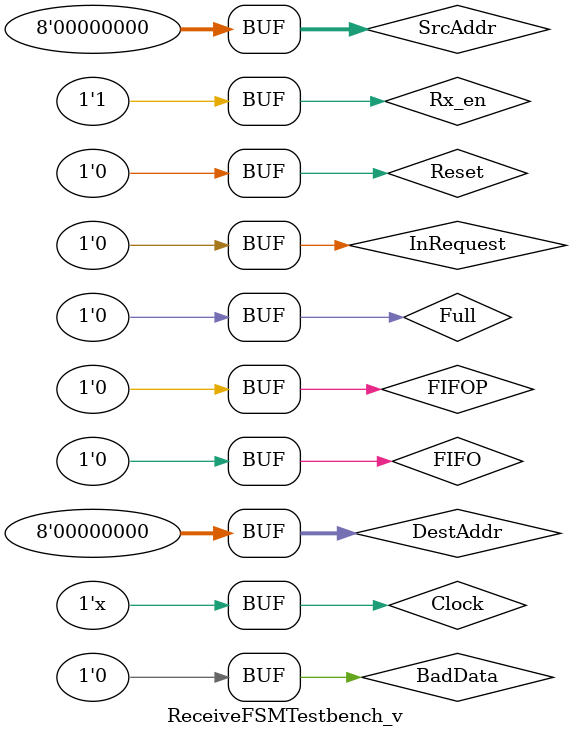
<source format=v>

`timescale		1 ns/1 ps		// Display things in ns, compute them in ps
//`define HalfCycle	1.3935			// Half of the clock cycle time in nanoseconds
`define HalfCycle	18.518			// Half of the clock cycle time in nanoseconds
`define Cycle		(`HalfCycle * 2)	// Didn't you learn to multiply?
`define ActiveCycles	65536			// Change this to hold the buttons down for longer!
//-----------------------------------------------------------------------

module ReceiveFSMTestbench_v;

	// Inputs
	reg Clock;
	reg Reset;
	reg [7:0] SrcAddr;
	reg [7:0] DestAddr;
	reg Rx_en;
	reg InRequest;
	reg BadData;
	reg Full;
	reg FIFO;
	reg FIFOP;

	// Outputs
	wire WEn;
	wire EndSession;
	wire DiscardSession;
	wire [7:0] Command;
	wire InValid;
	wire Rx_done;
	wire [4:0] State;
	
	//---------------------------------------------------------------
	//	Clock Source
	//		This section will generate a clock signal,
	//		turning it on and off according the HalfCycle
	//		time, in this case it will generate a 27MHz clock
	//		THIS COULD NEVER BE SYNTHESIZED
	//---------------------------------------------------------------
	initial Clock =		1'b1;		// We need to start at 1'b0, otherwise clock will always be 1'bx
	always #(`HalfCycle) Clock =	~Clock;	// Every half clock cycle, invert the clock
	//---------------------------------------------------------------

	// Instantiate the Unit Under Test (UUT)
	ReceiveFSM uut (
		.Clock(Clock), 
		.Reset(Reset), 
		.SrcAddr(SrcAddr), 
		.DestAddr(DestAddr), 
		.Rx_en(Rx_en), 
		.InRequest(InRequest), 
		.BadData(BadData), 
		.Full(Full), 
		.FIFO(FIFO), 
		.FIFOP(FIFOP), 
		.WEn(WEn), 
		.EndSession(EndSession), 
		.DiscardSession(DiscardSession), 
		.Command(Command), 
		.InValid(InValid), 
		.Rx_done(Rx_done), 
		.State(State)
	);

	initial begin
		// Initialize Inputs
		Reset = 0;
		SrcAddr = 0;
		DestAddr = 0;
		Rx_en = 0;
		InRequest = 0;
		BadData = 0;
		Full = 0;
		FIFO = 0;
		FIFOP = 0;
		
		//Reset
		#(`Cycle);
		Reset = 1'b1;
		#(`Cycle);
		Reset = 1'b0;
		#(`Cycle);
		
		//Init -> End Session -> Init
		#(`Cycle);
		Rx_en = 1'b1;
		#(`Cycle);
		
		#(`Cycle * 3);
		InRequest = 1'b1;
		#(`Cycle);
		InRequest = 1'b0;
		#(`Cycle);
		
		#(`Cycle * 3);
		InRequest = 1'b1;
		#(`Cycle);
		InRequest = 1'b0;
		#(`Cycle);
		
		#(`Cycle * 3);
		InRequest = 1'b1;
		#(`Cycle);
		InRequest = 1'b0;
		#(`Cycle);
		
		#(`Cycle * 3);
		InRequest = 1'b1;
		#(`Cycle);
		InRequest = 1'b0;
		#(`Cycle);
		
		#(`Cycle * 3);
		InRequest = 1'b1;
		#(`Cycle);
		InRequest = 1'b0;
		#(`Cycle);
		
		#(`Cycle * 3);
		InRequest = 1'b1;
		#(`Cycle);
		InRequest = 1'b0;
		#(`Cycle);
		
		#(`Cycle * 3);
		InRequest = 1'b1;
		#(`Cycle);
		InRequest = 1'b0;
		#(`Cycle);
		
		#(`Cycle * 3);
		InRequest = 1'b1;
		#(`Cycle);
		InRequest = 1'b0;
		#(`Cycle);
		
		#(`Cycle * 3);
		InRequest = 1'b1;
		#(`Cycle);
		InRequest = 1'b0;
		#(`Cycle);
		
		#(`Cycle * 3);
		InRequest = 1'b1;
		#(`Cycle);
		InRequest = 1'b0;
		#(`Cycle);
		
		#(`Cycle * 3);
		InRequest = 1'b1;
		#(`Cycle);
		InRequest = 1'b0;
		#(`Cycle);
		
		#(`Cycle * 3);
		InRequest = 1'b1;
		#(`Cycle);
		InRequest = 1'b0;
		#(`Cycle);
		
		#(`Cycle * 3);
		InRequest = 1'b1;
		#(`Cycle);
		InRequest = 1'b0;
		#(`Cycle);
		
		#(`Cycle * 3);
		InRequest = 1'b1;
		#(`Cycle);
		InRequest = 1'b0;
		#(`Cycle);
		
		#(`Cycle * 3);
		InRequest = 1'b1;
		#(`Cycle);
		InRequest = 1'b0;
		#(`Cycle);
		
		#(`Cycle * 3);
		InRequest = 1'b1;
		#(`Cycle);
		InRequest = 1'b0;
		#(`Cycle);
		
		#(`Cycle * 3);
		InRequest = 1'b1;
		#(`Cycle);
		InRequest = 1'b0;
		#(`Cycle);
		
		#(`Cycle * 3);
		InRequest = 1'b1;
		#(`Cycle);
		InRequest = 1'b0;
		#(`Cycle);
		
		
		//Init -> Flush
		#(`Cycle);
		Rx_en = 1'b1;
		#(`Cycle);
		
		#(`Cycle * 3);
		InRequest = 1'b1;
		#(`Cycle);
		InRequest = 1'b0;
		#(`Cycle);
		
		#(`Cycle * 3);
		InRequest = 1'b1;
		#(`Cycle);
		InRequest = 1'b0;
		#(`Cycle);
		
		#(`Cycle * 3);
		InRequest = 1'b1;
		#(`Cycle);
		InRequest = 1'b0;
		#(`Cycle);
		
		#(`Cycle * 3);
		InRequest = 1'b1;
		#(`Cycle);
		InRequest = 1'b0;
		#(`Cycle);
		
		#(`Cycle * 3);
		InRequest = 1'b1;
		#(`Cycle);
		InRequest = 1'b0;
		#(`Cycle);
		
		#(`Cycle * 3);
		InRequest = 1'b1;
		BadData = 1'b1;
		#(`Cycle);
		InRequest = 1'b0;
		BadData = 1'b0;
		#(`Cycle);
		
		#(`Cycle * 3);
		InRequest = 1'b1;
		#(`Cycle);
		InRequest = 1'b0;
		#(`Cycle);
		
		#(`Cycle * 3);
		InRequest = 1'b1;
		#(`Cycle);
		InRequest = 1'b0;
		#(`Cycle);
		
		#(`Cycle * 3);
		InRequest = 1'b1;
		#(`Cycle);
		InRequest = 1'b0;
		#(`Cycle);
		
		#(`Cycle * 3);
		InRequest = 1'b1;
		#(`Cycle);
		InRequest = 1'b0;
		#(`Cycle);
		
		#(`Cycle * 3);
		InRequest = 1'b1;
		#(`Cycle);
		InRequest = 1'b0;
		#(`Cycle);
		
		#(`Cycle * 3);
		InRequest = 1'b1;
		#(`Cycle);
		InRequest = 1'b0;
		#(`Cycle);
		
		#(`Cycle * 3);
		InRequest = 1'b1;
		#(`Cycle);
		InRequest = 1'b0;
		#(`Cycle);
		

	end
      
endmodule


</source>
